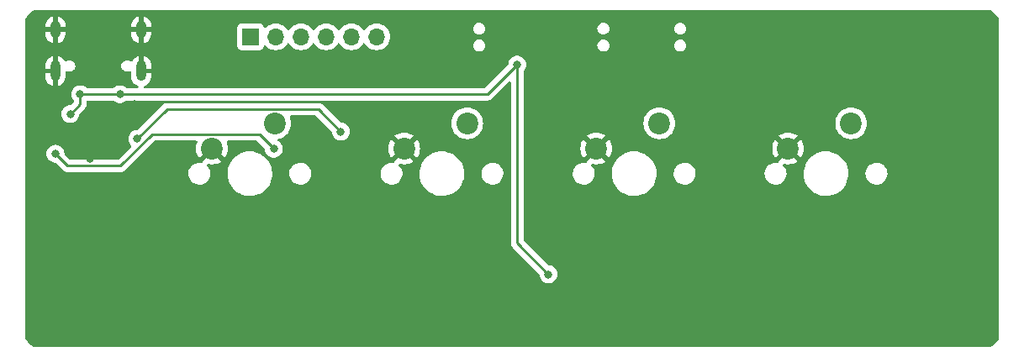
<source format=gbr>
%TF.GenerationSoftware,KiCad,Pcbnew,7.0.8*%
%TF.CreationDate,2024-01-31T16:08:22-06:00*%
%TF.ProjectId,K33b,4b333362-2e6b-4696-9361-645f70636258,rev?*%
%TF.SameCoordinates,Original*%
%TF.FileFunction,Copper,L2,Bot*%
%TF.FilePolarity,Positive*%
%FSLAX46Y46*%
G04 Gerber Fmt 4.6, Leading zero omitted, Abs format (unit mm)*
G04 Created by KiCad (PCBNEW 7.0.8) date 2024-01-31 16:08:22*
%MOMM*%
%LPD*%
G01*
G04 APERTURE LIST*
%TA.AperFunction,ComponentPad*%
%ADD10O,1.000000X1.800000*%
%TD*%
%TA.AperFunction,ComponentPad*%
%ADD11O,1.000000X2.100000*%
%TD*%
%TA.AperFunction,ComponentPad*%
%ADD12C,2.200000*%
%TD*%
%TA.AperFunction,ComponentPad*%
%ADD13O,1.700000X1.700000*%
%TD*%
%TA.AperFunction,ComponentPad*%
%ADD14R,1.700000X1.700000*%
%TD*%
%TA.AperFunction,ViaPad*%
%ADD15C,0.800000*%
%TD*%
%TA.AperFunction,Conductor*%
%ADD16C,0.250000*%
%TD*%
G04 APERTURE END LIST*
D10*
%TO.P,J2,S1,SHIELD*%
%TO.N,VSS*%
X75500000Y-89500000D03*
D11*
X75500000Y-93650000D03*
D10*
X84140000Y-89500000D03*
D11*
X84140000Y-93650000D03*
%TD*%
D12*
%TO.P,SW4,2,2*%
%TO.N,VSS*%
X149290000Y-101460000D03*
%TO.P,SW4,1,1*%
%TO.N,PA0*%
X155640000Y-98920000D03*
%TD*%
%TO.P,SW3,2,2*%
%TO.N,VSS*%
X129970000Y-101460000D03*
%TO.P,SW3,1,1*%
%TO.N,PA1*%
X136320000Y-98920000D03*
%TD*%
%TO.P,SW2,2,2*%
%TO.N,VSS*%
X110610000Y-101460000D03*
%TO.P,SW2,1,1*%
%TO.N,PA2*%
X116960000Y-98920000D03*
%TD*%
%TO.P,SW1,2,2*%
%TO.N,VSS*%
X91270000Y-101460000D03*
%TO.P,SW1,1,1*%
%TO.N,PA3*%
X97620000Y-98920000D03*
%TD*%
D13*
%TO.P,J1,6,Pin_6*%
%TO.N,PC19*%
X107850000Y-90200000D03*
%TO.P,J1,5,Pin_5*%
%TO.N,PA4*%
X105310000Y-90200000D03*
%TO.P,J1,4,Pin_4*%
%TO.N,PA5*%
X102770000Y-90200000D03*
%TO.P,J1,3,Pin_3*%
%TO.N,PB7*%
X100230000Y-90200000D03*
%TO.P,J1,2,Pin_2*%
%TO.N,PB1*%
X97690000Y-90200000D03*
D14*
%TO.P,J1,1,Pin_1*%
%TO.N,PA7*%
X95150000Y-90200000D03*
%TD*%
D15*
%TO.N,PA9*%
X75500000Y-102000000D03*
X97500000Y-101500000D03*
%TO.N,VSS*%
X76500000Y-96000000D03*
X83500000Y-97000000D03*
X79000000Y-102487347D03*
X96000000Y-118000000D03*
X96000000Y-115000000D03*
X135500000Y-115000000D03*
X146500000Y-96000000D03*
X168500000Y-113000000D03*
X159500000Y-112500000D03*
X155500000Y-117500000D03*
X141000000Y-112500000D03*
X133500000Y-117500000D03*
X116000000Y-112000000D03*
X114500000Y-115000000D03*
X88000000Y-112500000D03*
X87000000Y-115000000D03*
X95000000Y-93500000D03*
X91000000Y-89000000D03*
X86000000Y-92500000D03*
X80000000Y-90000000D03*
X114500000Y-93000000D03*
X113000000Y-89500000D03*
%TO.N,+5V*%
X77000000Y-98000000D03*
X125145190Y-114145190D03*
X122000000Y-93000000D03*
X82000000Y-96000000D03*
X78000000Y-96000000D03*
%TO.N,PA6*%
X83750000Y-100500000D03*
X104250000Y-99750000D03*
%TD*%
D16*
%TO.N,PA9*%
X76712347Y-103212347D02*
X75500000Y-102000000D01*
X82062958Y-103212347D02*
X76712347Y-103212347D01*
X96039692Y-100039692D02*
X85235613Y-100039692D01*
X85235613Y-100039692D02*
X82062958Y-103212347D01*
X97500000Y-101500000D02*
X96039692Y-100039692D01*
%TO.N,+5V*%
X78000000Y-97000000D02*
X77000000Y-98000000D01*
X78000000Y-96000000D02*
X78000000Y-97000000D01*
X122000000Y-111000000D02*
X125145190Y-114145190D01*
X122000000Y-93000000D02*
X122000000Y-111000000D01*
X119000000Y-96000000D02*
X122000000Y-93000000D01*
X82000000Y-96000000D02*
X119000000Y-96000000D01*
X78000000Y-96000000D02*
X82000000Y-96000000D01*
%TO.N,PA6*%
X86750308Y-97499692D02*
X83750000Y-100500000D01*
X104250000Y-99750000D02*
X101999692Y-97499692D01*
X101999692Y-97499692D02*
X86750308Y-97499692D01*
%TD*%
%TA.AperFunction,Conductor*%
%TO.N,VSS*%
G36*
X169680232Y-87519685D02*
G01*
X169684938Y-87522864D01*
X169810780Y-87612154D01*
X169813897Y-87614519D01*
X169938738Y-87715614D01*
X169941033Y-87717567D01*
X170058721Y-87822738D01*
X170061248Y-87825128D01*
X170174870Y-87938750D01*
X170177260Y-87941277D01*
X170282431Y-88058965D01*
X170284384Y-88061261D01*
X170385480Y-88186103D01*
X170387862Y-88189243D01*
X170477130Y-88315053D01*
X170499869Y-88381115D01*
X170500000Y-88386806D01*
X170500000Y-120613191D01*
X170480315Y-120680230D01*
X170477129Y-120684947D01*
X170387861Y-120810756D01*
X170385479Y-120813898D01*
X170284384Y-120938738D01*
X170282431Y-120941033D01*
X170177260Y-121058721D01*
X170174870Y-121061248D01*
X170061248Y-121174870D01*
X170058721Y-121177260D01*
X169941033Y-121282431D01*
X169938738Y-121284384D01*
X169813898Y-121385479D01*
X169810757Y-121387861D01*
X169684948Y-121477129D01*
X169618883Y-121499869D01*
X169613192Y-121500000D01*
X73386807Y-121500000D01*
X73319768Y-121480315D01*
X73315081Y-121477149D01*
X73222607Y-121411535D01*
X73189242Y-121387861D01*
X73186114Y-121385489D01*
X73123798Y-121335027D01*
X73061260Y-121284384D01*
X73058965Y-121282431D01*
X72941277Y-121177260D01*
X72938750Y-121174870D01*
X72825128Y-121061248D01*
X72822738Y-121058721D01*
X72717567Y-120941033D01*
X72715614Y-120938738D01*
X72614519Y-120813897D01*
X72612154Y-120810780D01*
X72522869Y-120684945D01*
X72500131Y-120618881D01*
X72500000Y-120613192D01*
X72500000Y-102000000D01*
X74594540Y-102000000D01*
X74614326Y-102188256D01*
X74614327Y-102188259D01*
X74672818Y-102368277D01*
X74672821Y-102368284D01*
X74767467Y-102532216D01*
X74884380Y-102662061D01*
X74894129Y-102672888D01*
X75047265Y-102784148D01*
X75047270Y-102784151D01*
X75220192Y-102861142D01*
X75220197Y-102861144D01*
X75405354Y-102900500D01*
X75464548Y-102900500D01*
X75531587Y-102920185D01*
X75552229Y-102936819D01*
X76211541Y-103596131D01*
X76221366Y-103608395D01*
X76221587Y-103608213D01*
X76226557Y-103614220D01*
X76226560Y-103614223D01*
X76226561Y-103614224D01*
X76276998Y-103661588D01*
X76297877Y-103682467D01*
X76303351Y-103686713D01*
X76307789Y-103690503D01*
X76341765Y-103722409D01*
X76341769Y-103722411D01*
X76359320Y-103732060D01*
X76375578Y-103742739D01*
X76391411Y-103755021D01*
X76413362Y-103764519D01*
X76434184Y-103773530D01*
X76439428Y-103776099D01*
X76480255Y-103798544D01*
X76499659Y-103803526D01*
X76518057Y-103809825D01*
X76536452Y-103817785D01*
X76582476Y-103825073D01*
X76588179Y-103826254D01*
X76633328Y-103837847D01*
X76653363Y-103837847D01*
X76672760Y-103839373D01*
X76692543Y-103842507D01*
X76738931Y-103838122D01*
X76744769Y-103837847D01*
X81980215Y-103837847D01*
X81995835Y-103839571D01*
X81995862Y-103839286D01*
X82003618Y-103840018D01*
X82003625Y-103840020D01*
X82072772Y-103837847D01*
X82102308Y-103837847D01*
X82109186Y-103836977D01*
X82114999Y-103836519D01*
X82161585Y-103835056D01*
X82180827Y-103829464D01*
X82199870Y-103825521D01*
X82219750Y-103823011D01*
X82263080Y-103805854D01*
X82268604Y-103803964D01*
X82272354Y-103802874D01*
X82313348Y-103790965D01*
X82330587Y-103780769D01*
X82348061Y-103772209D01*
X82366685Y-103764835D01*
X82366685Y-103764834D01*
X82366690Y-103764833D01*
X82404407Y-103737429D01*
X82409263Y-103734239D01*
X82449378Y-103710517D01*
X82463547Y-103696346D01*
X82478337Y-103683715D01*
X82494545Y-103671941D01*
X82524257Y-103636023D01*
X82528170Y-103631723D01*
X85458384Y-100701511D01*
X85519707Y-100668026D01*
X85546065Y-100665192D01*
X89681813Y-100665192D01*
X89748852Y-100684877D01*
X89794607Y-100737681D01*
X89804551Y-100806839D01*
X89796374Y-100836645D01*
X89743603Y-100964043D01*
X89684812Y-101208927D01*
X89665052Y-101460000D01*
X89684812Y-101711072D01*
X89743603Y-101955956D01*
X89839980Y-102188631D01*
X89971566Y-102403358D01*
X89971577Y-102403374D01*
X89972264Y-102404178D01*
X89972266Y-102404178D01*
X90592803Y-101783641D01*
X90616059Y-101837553D01*
X90720756Y-101978185D01*
X90855062Y-102090882D01*
X90946665Y-102136886D01*
X90325819Y-102757732D01*
X90326971Y-102787274D01*
X90309912Y-102855029D01*
X90258929Y-102902805D01*
X90190210Y-102915434D01*
X90179598Y-102913861D01*
X90105086Y-102899500D01*
X90105085Y-102899500D01*
X89947575Y-102899500D01*
X89797181Y-102913861D01*
X89790782Y-102914472D01*
X89790778Y-102914473D01*
X89589127Y-102973683D01*
X89402313Y-103069991D01*
X89237116Y-103199905D01*
X89237112Y-103199909D01*
X89099478Y-103358746D01*
X88994398Y-103540750D01*
X88925656Y-103739365D01*
X88925656Y-103739367D01*
X88899020Y-103924631D01*
X88895746Y-103947401D01*
X88905745Y-104157327D01*
X88955296Y-104361578D01*
X88955298Y-104361582D01*
X89042598Y-104552743D01*
X89042601Y-104552748D01*
X89042602Y-104552750D01*
X89042604Y-104552753D01*
X89164514Y-104723952D01*
X89164515Y-104723953D01*
X89164520Y-104723959D01*
X89316620Y-104868985D01*
X89411578Y-104930011D01*
X89493428Y-104982613D01*
X89688543Y-105060725D01*
X89791729Y-105080612D01*
X89894914Y-105100500D01*
X89894915Y-105100500D01*
X90052419Y-105100500D01*
X90052425Y-105100500D01*
X90209218Y-105085528D01*
X90410875Y-105026316D01*
X90597682Y-104930011D01*
X90762886Y-104800092D01*
X90900519Y-104641256D01*
X91005604Y-104459244D01*
X91074344Y-104260633D01*
X91100980Y-104075373D01*
X92825723Y-104075373D01*
X92855881Y-104375160D01*
X92855882Y-104375162D01*
X92925728Y-104668252D01*
X92925733Y-104668266D01*
X93034020Y-104949427D01*
X93034024Y-104949436D01*
X93178825Y-105213665D01*
X93178829Y-105213671D01*
X93357551Y-105456234D01*
X93357554Y-105456238D01*
X93357561Y-105456245D01*
X93567019Y-105672823D01*
X93803478Y-105859553D01*
X93803480Y-105859554D01*
X93803485Y-105859558D01*
X94062730Y-106013109D01*
X94340128Y-106130736D01*
X94630729Y-106210340D01*
X94929347Y-106250500D01*
X94929351Y-106250500D01*
X95155252Y-106250500D01*
X95319164Y-106239526D01*
X95380634Y-106235412D01*
X95675903Y-106175396D01*
X95960537Y-106076560D01*
X96229459Y-105940668D01*
X96477869Y-105770144D01*
X96701333Y-105568032D01*
X96895865Y-105337939D01*
X97057993Y-105083970D01*
X97184823Y-104810658D01*
X97274093Y-104522879D01*
X97324209Y-104225770D01*
X97333516Y-103947401D01*
X99055746Y-103947401D01*
X99065745Y-104157327D01*
X99115296Y-104361578D01*
X99115298Y-104361582D01*
X99202598Y-104552743D01*
X99202601Y-104552748D01*
X99202602Y-104552750D01*
X99202604Y-104552753D01*
X99324514Y-104723952D01*
X99324515Y-104723953D01*
X99324520Y-104723959D01*
X99476620Y-104868985D01*
X99571578Y-104930011D01*
X99653428Y-104982613D01*
X99848543Y-105060725D01*
X99951729Y-105080612D01*
X100054914Y-105100500D01*
X100054915Y-105100500D01*
X100212419Y-105100500D01*
X100212425Y-105100500D01*
X100369218Y-105085528D01*
X100570875Y-105026316D01*
X100757682Y-104930011D01*
X100922886Y-104800092D01*
X101060519Y-104641256D01*
X101165604Y-104459244D01*
X101234344Y-104260633D01*
X101264254Y-104052602D01*
X101259243Y-103947401D01*
X108235746Y-103947401D01*
X108245745Y-104157327D01*
X108295296Y-104361578D01*
X108295298Y-104361582D01*
X108382598Y-104552743D01*
X108382601Y-104552748D01*
X108382602Y-104552750D01*
X108382604Y-104552753D01*
X108504514Y-104723952D01*
X108504515Y-104723953D01*
X108504520Y-104723959D01*
X108656620Y-104868985D01*
X108751578Y-104930011D01*
X108833428Y-104982613D01*
X109028543Y-105060725D01*
X109131729Y-105080612D01*
X109234914Y-105100500D01*
X109234915Y-105100500D01*
X109392419Y-105100500D01*
X109392425Y-105100500D01*
X109549218Y-105085528D01*
X109750875Y-105026316D01*
X109937682Y-104930011D01*
X110102886Y-104800092D01*
X110240519Y-104641256D01*
X110345604Y-104459244D01*
X110414344Y-104260633D01*
X110440980Y-104075373D01*
X112165723Y-104075373D01*
X112195881Y-104375160D01*
X112195882Y-104375162D01*
X112265728Y-104668252D01*
X112265733Y-104668266D01*
X112374020Y-104949427D01*
X112374024Y-104949436D01*
X112518825Y-105213665D01*
X112518829Y-105213671D01*
X112697551Y-105456234D01*
X112697554Y-105456238D01*
X112697561Y-105456245D01*
X112907019Y-105672823D01*
X113143478Y-105859553D01*
X113143480Y-105859554D01*
X113143485Y-105859558D01*
X113402730Y-106013109D01*
X113680128Y-106130736D01*
X113970729Y-106210340D01*
X114269347Y-106250500D01*
X114269351Y-106250500D01*
X114495252Y-106250500D01*
X114659164Y-106239526D01*
X114720634Y-106235412D01*
X115015903Y-106175396D01*
X115300537Y-106076560D01*
X115569459Y-105940668D01*
X115817869Y-105770144D01*
X116041333Y-105568032D01*
X116235865Y-105337939D01*
X116397993Y-105083970D01*
X116524823Y-104810658D01*
X116614093Y-104522879D01*
X116664209Y-104225770D01*
X116673516Y-103947401D01*
X118395746Y-103947401D01*
X118405745Y-104157327D01*
X118455296Y-104361578D01*
X118455298Y-104361582D01*
X118542598Y-104552743D01*
X118542601Y-104552748D01*
X118542602Y-104552750D01*
X118542604Y-104552753D01*
X118664514Y-104723952D01*
X118664515Y-104723953D01*
X118664520Y-104723959D01*
X118816620Y-104868985D01*
X118911578Y-104930011D01*
X118993428Y-104982613D01*
X119188543Y-105060725D01*
X119291729Y-105080612D01*
X119394914Y-105100500D01*
X119394915Y-105100500D01*
X119552419Y-105100500D01*
X119552425Y-105100500D01*
X119709218Y-105085528D01*
X119910875Y-105026316D01*
X120097682Y-104930011D01*
X120262886Y-104800092D01*
X120400519Y-104641256D01*
X120505604Y-104459244D01*
X120574344Y-104260633D01*
X120604254Y-104052602D01*
X120594254Y-103842670D01*
X120544704Y-103638424D01*
X120544701Y-103638417D01*
X120457401Y-103447256D01*
X120457398Y-103447251D01*
X120457397Y-103447250D01*
X120457396Y-103447247D01*
X120335486Y-103276048D01*
X120335484Y-103276046D01*
X120335479Y-103276040D01*
X120183379Y-103131014D01*
X120006574Y-103017388D01*
X119811455Y-102939274D01*
X119605086Y-102899500D01*
X119605085Y-102899500D01*
X119447575Y-102899500D01*
X119297181Y-102913861D01*
X119290782Y-102914472D01*
X119290778Y-102914473D01*
X119089127Y-102973683D01*
X118902313Y-103069991D01*
X118737116Y-103199905D01*
X118737112Y-103199909D01*
X118599478Y-103358746D01*
X118494398Y-103540750D01*
X118425656Y-103739365D01*
X118425656Y-103739367D01*
X118399020Y-103924631D01*
X118395746Y-103947401D01*
X116673516Y-103947401D01*
X116674277Y-103924631D01*
X116644118Y-103624838D01*
X116574269Y-103331739D01*
X116465977Y-103050566D01*
X116321175Y-102786335D01*
X116142446Y-102543762D01*
X115932980Y-102327176D01*
X115784598Y-102210000D01*
X115696521Y-102140446D01*
X115696517Y-102140443D01*
X115696515Y-102140442D01*
X115437270Y-101986891D01*
X115159872Y-101869264D01*
X115159863Y-101869261D01*
X114869272Y-101789660D01*
X114794616Y-101779620D01*
X114570653Y-101749500D01*
X114344756Y-101749500D01*
X114344748Y-101749500D01*
X114119368Y-101764587D01*
X114119359Y-101764589D01*
X113824094Y-101824604D01*
X113539464Y-101923439D01*
X113539459Y-101923441D01*
X113270546Y-102059328D01*
X113022125Y-102229860D01*
X112798665Y-102431969D01*
X112604132Y-102662064D01*
X112442006Y-102916030D01*
X112442005Y-102916032D01*
X112342244Y-103131014D01*
X112315177Y-103189342D01*
X112311899Y-103199909D01*
X112225907Y-103477118D01*
X112194791Y-103661587D01*
X112175791Y-103774230D01*
X112170002Y-103947398D01*
X112165723Y-104075373D01*
X110440980Y-104075373D01*
X110444254Y-104052602D01*
X110434254Y-103842670D01*
X110384704Y-103638424D01*
X110384701Y-103638417D01*
X110297401Y-103447256D01*
X110297398Y-103447251D01*
X110297397Y-103447250D01*
X110297396Y-103447247D01*
X110175486Y-103276048D01*
X110175484Y-103276046D01*
X110175479Y-103276040D01*
X110123496Y-103226475D01*
X110088561Y-103165967D01*
X110091885Y-103096176D01*
X110132413Y-103039262D01*
X110197277Y-103013294D01*
X110238012Y-103016158D01*
X110358927Y-103045187D01*
X110610000Y-103064947D01*
X110861072Y-103045187D01*
X111105956Y-102986396D01*
X111338631Y-102890019D01*
X111553360Y-102758432D01*
X111553371Y-102758424D01*
X111554179Y-102757732D01*
X110935946Y-102139498D01*
X110948891Y-102134787D01*
X111095373Y-102038445D01*
X111215688Y-101910918D01*
X111288447Y-101784894D01*
X111907732Y-102404179D01*
X111908424Y-102403371D01*
X111908432Y-102403360D01*
X112040019Y-102188631D01*
X112136396Y-101955956D01*
X112195187Y-101711072D01*
X112214947Y-101460000D01*
X112195187Y-101208927D01*
X112136396Y-100964043D01*
X112040019Y-100731368D01*
X111908432Y-100516638D01*
X111908430Y-100516636D01*
X111907732Y-100515819D01*
X111287195Y-101136356D01*
X111263941Y-101082447D01*
X111159244Y-100941815D01*
X111024938Y-100829118D01*
X110933333Y-100783112D01*
X111554178Y-100162266D01*
X111554178Y-100162264D01*
X111553374Y-100161577D01*
X111553358Y-100161566D01*
X111338631Y-100029980D01*
X111105956Y-99933603D01*
X110861072Y-99874812D01*
X110610000Y-99855052D01*
X110358927Y-99874812D01*
X110114043Y-99933603D01*
X109881368Y-100029980D01*
X109666637Y-100161568D01*
X109665820Y-100162266D01*
X110284055Y-100780501D01*
X110271109Y-100785213D01*
X110124627Y-100881555D01*
X110004312Y-101009082D01*
X109931552Y-101135106D01*
X109312266Y-100515820D01*
X109311568Y-100516637D01*
X109179980Y-100731368D01*
X109083603Y-100964043D01*
X109024812Y-101208927D01*
X109005052Y-101460000D01*
X109024812Y-101711072D01*
X109083603Y-101955956D01*
X109179980Y-102188631D01*
X109311566Y-102403358D01*
X109311577Y-102403374D01*
X109312264Y-102404178D01*
X109312266Y-102404178D01*
X109932803Y-101783641D01*
X109956059Y-101837553D01*
X110060756Y-101978185D01*
X110195062Y-102090882D01*
X110286665Y-102136886D01*
X109665819Y-102757732D01*
X109666971Y-102787274D01*
X109649912Y-102855029D01*
X109598929Y-102902805D01*
X109530210Y-102915434D01*
X109519598Y-102913861D01*
X109445086Y-102899500D01*
X109445085Y-102899500D01*
X109287575Y-102899500D01*
X109137181Y-102913861D01*
X109130782Y-102914472D01*
X109130778Y-102914473D01*
X108929127Y-102973683D01*
X108742313Y-103069991D01*
X108577116Y-103199905D01*
X108577112Y-103199909D01*
X108439478Y-103358746D01*
X108334398Y-103540750D01*
X108265656Y-103739365D01*
X108265656Y-103739367D01*
X108239020Y-103924631D01*
X108235746Y-103947401D01*
X101259243Y-103947401D01*
X101254254Y-103842670D01*
X101204704Y-103638424D01*
X101204701Y-103638417D01*
X101117401Y-103447256D01*
X101117398Y-103447251D01*
X101117397Y-103447250D01*
X101117396Y-103447247D01*
X100995486Y-103276048D01*
X100995484Y-103276046D01*
X100995479Y-103276040D01*
X100843379Y-103131014D01*
X100666574Y-103017388D01*
X100471455Y-102939274D01*
X100265086Y-102899500D01*
X100265085Y-102899500D01*
X100107575Y-102899500D01*
X99957181Y-102913861D01*
X99950782Y-102914472D01*
X99950778Y-102914473D01*
X99749127Y-102973683D01*
X99562313Y-103069991D01*
X99397116Y-103199905D01*
X99397112Y-103199909D01*
X99259478Y-103358746D01*
X99154398Y-103540750D01*
X99085656Y-103739365D01*
X99085656Y-103739367D01*
X99059020Y-103924631D01*
X99055746Y-103947401D01*
X97333516Y-103947401D01*
X97334277Y-103924631D01*
X97304118Y-103624838D01*
X97234269Y-103331739D01*
X97125977Y-103050566D01*
X96981175Y-102786335D01*
X96802446Y-102543762D01*
X96592980Y-102327176D01*
X96444598Y-102210000D01*
X96356521Y-102140446D01*
X96356517Y-102140443D01*
X96356515Y-102140442D01*
X96097270Y-101986891D01*
X95819872Y-101869264D01*
X95819863Y-101869261D01*
X95529272Y-101789660D01*
X95454616Y-101779620D01*
X95230653Y-101749500D01*
X95004756Y-101749500D01*
X95004748Y-101749500D01*
X94779368Y-101764587D01*
X94779359Y-101764589D01*
X94484094Y-101824604D01*
X94199464Y-101923439D01*
X94199459Y-101923441D01*
X93930546Y-102059328D01*
X93682125Y-102229860D01*
X93458665Y-102431969D01*
X93264132Y-102662064D01*
X93102006Y-102916030D01*
X93102005Y-102916032D01*
X93002244Y-103131014D01*
X92975177Y-103189342D01*
X92971899Y-103199909D01*
X92885907Y-103477118D01*
X92854791Y-103661587D01*
X92835791Y-103774230D01*
X92830002Y-103947398D01*
X92825723Y-104075373D01*
X91100980Y-104075373D01*
X91104254Y-104052602D01*
X91094254Y-103842670D01*
X91044704Y-103638424D01*
X91044701Y-103638417D01*
X90957401Y-103447256D01*
X90957398Y-103447251D01*
X90957397Y-103447250D01*
X90957396Y-103447247D01*
X90835486Y-103276048D01*
X90835484Y-103276046D01*
X90835479Y-103276040D01*
X90783496Y-103226475D01*
X90748561Y-103165967D01*
X90751885Y-103096176D01*
X90792413Y-103039262D01*
X90857277Y-103013294D01*
X90898012Y-103016158D01*
X91018927Y-103045187D01*
X91270000Y-103064947D01*
X91521072Y-103045187D01*
X91765956Y-102986396D01*
X91998631Y-102890019D01*
X92213360Y-102758432D01*
X92213371Y-102758424D01*
X92214179Y-102757732D01*
X91595946Y-102139498D01*
X91608891Y-102134787D01*
X91755373Y-102038445D01*
X91875688Y-101910918D01*
X91948447Y-101784894D01*
X92567732Y-102404179D01*
X92568424Y-102403371D01*
X92568432Y-102403360D01*
X92700019Y-102188631D01*
X92796396Y-101955956D01*
X92855187Y-101711072D01*
X92874947Y-101460000D01*
X92855187Y-101208927D01*
X92796396Y-100964043D01*
X92743626Y-100836645D01*
X92736157Y-100767176D01*
X92767432Y-100704696D01*
X92827521Y-100669044D01*
X92858187Y-100665192D01*
X95729240Y-100665192D01*
X95796279Y-100684877D01*
X95816921Y-100701511D01*
X96561038Y-101445629D01*
X96594523Y-101506952D01*
X96596678Y-101520348D01*
X96604117Y-101591123D01*
X96614326Y-101688256D01*
X96614327Y-101688259D01*
X96672818Y-101868277D01*
X96672821Y-101868284D01*
X96767467Y-102032216D01*
X96864918Y-102140446D01*
X96894129Y-102172888D01*
X97047265Y-102284148D01*
X97047270Y-102284151D01*
X97220192Y-102361142D01*
X97220197Y-102361144D01*
X97405354Y-102400500D01*
X97405355Y-102400500D01*
X97594644Y-102400500D01*
X97594646Y-102400500D01*
X97779803Y-102361144D01*
X97952730Y-102284151D01*
X98105871Y-102172888D01*
X98232533Y-102032216D01*
X98327179Y-101868284D01*
X98385674Y-101688256D01*
X98405460Y-101500000D01*
X98385674Y-101311744D01*
X98327179Y-101131716D01*
X98232533Y-100967784D01*
X98105871Y-100827112D01*
X98105870Y-100827111D01*
X97952734Y-100715851D01*
X97952730Y-100715849D01*
X97951178Y-100715158D01*
X97950427Y-100714519D01*
X97947107Y-100712603D01*
X97947457Y-100711995D01*
X97897944Y-100669904D01*
X97877628Y-100603053D01*
X97896678Y-100535831D01*
X97949048Y-100489579D01*
X97972671Y-100481309D01*
X98116111Y-100446873D01*
X98348859Y-100350466D01*
X98563659Y-100218836D01*
X98755224Y-100055224D01*
X98918836Y-99863659D01*
X99050466Y-99648859D01*
X99146873Y-99416111D01*
X99205683Y-99171148D01*
X99225449Y-98920000D01*
X99205683Y-98668852D01*
X99146873Y-98423889D01*
X99094166Y-98296644D01*
X99086698Y-98227175D01*
X99117973Y-98164696D01*
X99178062Y-98129044D01*
X99208728Y-98125192D01*
X101689240Y-98125192D01*
X101756279Y-98144877D01*
X101776921Y-98161511D01*
X103311038Y-99695629D01*
X103344523Y-99756952D01*
X103346678Y-99770348D01*
X103354968Y-99849227D01*
X103364326Y-99938256D01*
X103364327Y-99938259D01*
X103422818Y-100118277D01*
X103422821Y-100118284D01*
X103517467Y-100282216D01*
X103578920Y-100350466D01*
X103644129Y-100422888D01*
X103797265Y-100534148D01*
X103797270Y-100534151D01*
X103970192Y-100611142D01*
X103970197Y-100611144D01*
X104155354Y-100650500D01*
X104155355Y-100650500D01*
X104344644Y-100650500D01*
X104344646Y-100650500D01*
X104529803Y-100611144D01*
X104702730Y-100534151D01*
X104855871Y-100422888D01*
X104982533Y-100282216D01*
X105077179Y-100118284D01*
X105135674Y-99938256D01*
X105155460Y-99750000D01*
X105135674Y-99561744D01*
X105077179Y-99381716D01*
X104982533Y-99217784D01*
X104855871Y-99077112D01*
X104855870Y-99077111D01*
X104702734Y-98965851D01*
X104702729Y-98965848D01*
X104599754Y-98920000D01*
X115354551Y-98920000D01*
X115374317Y-99171151D01*
X115433126Y-99416110D01*
X115529533Y-99648859D01*
X115661160Y-99863653D01*
X115661161Y-99863656D01*
X115716604Y-99928571D01*
X115824776Y-100055224D01*
X115950104Y-100162264D01*
X116016343Y-100218838D01*
X116016346Y-100218839D01*
X116231140Y-100350466D01*
X116405984Y-100422888D01*
X116463889Y-100446873D01*
X116708852Y-100505683D01*
X116960000Y-100525449D01*
X117211148Y-100505683D01*
X117456111Y-100446873D01*
X117688859Y-100350466D01*
X117903659Y-100218836D01*
X118095224Y-100055224D01*
X118258836Y-99863659D01*
X118390466Y-99648859D01*
X118486873Y-99416111D01*
X118545683Y-99171148D01*
X118565449Y-98920000D01*
X118545683Y-98668852D01*
X118486873Y-98423889D01*
X118390466Y-98191141D01*
X118390466Y-98191140D01*
X118258839Y-97976346D01*
X118258838Y-97976343D01*
X118221875Y-97933066D01*
X118095224Y-97784776D01*
X117916013Y-97631715D01*
X117903656Y-97621161D01*
X117903653Y-97621160D01*
X117688859Y-97489533D01*
X117456110Y-97393126D01*
X117211151Y-97334317D01*
X116960000Y-97314551D01*
X116708848Y-97334317D01*
X116463889Y-97393126D01*
X116231140Y-97489533D01*
X116016346Y-97621160D01*
X116016343Y-97621161D01*
X115824776Y-97784776D01*
X115661161Y-97976343D01*
X115661160Y-97976346D01*
X115529533Y-98191140D01*
X115433126Y-98423889D01*
X115374317Y-98668848D01*
X115354551Y-98920000D01*
X104599754Y-98920000D01*
X104529807Y-98888857D01*
X104529802Y-98888855D01*
X104384001Y-98857865D01*
X104344646Y-98849500D01*
X104344645Y-98849500D01*
X104285452Y-98849500D01*
X104218413Y-98829815D01*
X104197771Y-98813181D01*
X103360936Y-97976346D01*
X102500495Y-97115904D01*
X102490672Y-97103642D01*
X102490451Y-97103826D01*
X102485478Y-97097815D01*
X102466851Y-97080323D01*
X102435056Y-97050465D01*
X102424173Y-97039582D01*
X102414167Y-97029575D01*
X102408678Y-97025317D01*
X102404253Y-97021539D01*
X102370274Y-96989630D01*
X102370272Y-96989628D01*
X102370269Y-96989627D01*
X102352721Y-96979980D01*
X102336455Y-96969296D01*
X102320625Y-96957017D01*
X102277860Y-96938510D01*
X102272614Y-96935940D01*
X102231785Y-96913495D01*
X102231784Y-96913494D01*
X102212385Y-96908514D01*
X102193973Y-96902210D01*
X102175590Y-96894254D01*
X102175584Y-96894252D01*
X102129566Y-96886964D01*
X102123844Y-96885779D01*
X102078713Y-96874192D01*
X102078711Y-96874192D01*
X102058676Y-96874192D01*
X102039278Y-96872665D01*
X102034909Y-96871973D01*
X102015488Y-96862766D01*
X102006603Y-96868477D01*
X101983338Y-96872949D01*
X101973107Y-96873917D01*
X101967270Y-96874192D01*
X86833045Y-96874192D01*
X86805997Y-96871206D01*
X86802901Y-96870514D01*
X86797232Y-96867376D01*
X86795521Y-96868477D01*
X86764480Y-96873438D01*
X86740511Y-96874192D01*
X86710958Y-96874192D01*
X86710237Y-96874282D01*
X86704065Y-96875061D01*
X86698253Y-96875518D01*
X86651681Y-96876982D01*
X86651680Y-96876982D01*
X86632437Y-96882573D01*
X86613387Y-96886517D01*
X86593519Y-96889026D01*
X86593517Y-96889027D01*
X86550192Y-96906180D01*
X86544665Y-96908072D01*
X86499918Y-96921073D01*
X86499917Y-96921074D01*
X86482675Y-96931271D01*
X86465207Y-96939829D01*
X86446577Y-96947205D01*
X86446575Y-96947206D01*
X86408884Y-96974590D01*
X86404002Y-96977797D01*
X86363887Y-97001522D01*
X86349716Y-97015692D01*
X86334931Y-97028320D01*
X86319432Y-97039582D01*
X86318720Y-97040099D01*
X86289017Y-97076002D01*
X86285085Y-97080323D01*
X83802228Y-99563181D01*
X83740905Y-99596666D01*
X83714547Y-99599500D01*
X83655354Y-99599500D01*
X83622897Y-99606398D01*
X83470197Y-99638855D01*
X83470192Y-99638857D01*
X83297270Y-99715848D01*
X83297265Y-99715851D01*
X83144129Y-99827111D01*
X83017466Y-99967785D01*
X82922821Y-100131715D01*
X82922818Y-100131722D01*
X82873921Y-100282214D01*
X82864326Y-100311744D01*
X82844540Y-100500000D01*
X82864326Y-100688256D01*
X82864327Y-100688259D01*
X82922818Y-100868277D01*
X82922821Y-100868284D01*
X83017466Y-101032215D01*
X83100308Y-101124221D01*
X83130538Y-101187213D01*
X83121912Y-101256548D01*
X83095839Y-101294874D01*
X81840186Y-102550528D01*
X81778863Y-102584013D01*
X81752505Y-102586847D01*
X77022799Y-102586847D01*
X76955760Y-102567162D01*
X76935118Y-102550528D01*
X76438960Y-102054369D01*
X76405475Y-101993046D01*
X76403323Y-101979668D01*
X76385674Y-101811744D01*
X76327179Y-101631716D01*
X76232533Y-101467784D01*
X76105871Y-101327112D01*
X76084719Y-101311744D01*
X75952734Y-101215851D01*
X75952729Y-101215848D01*
X75779807Y-101138857D01*
X75779802Y-101138855D01*
X75634001Y-101107865D01*
X75594646Y-101099500D01*
X75405354Y-101099500D01*
X75372897Y-101106398D01*
X75220197Y-101138855D01*
X75220192Y-101138857D01*
X75047270Y-101215848D01*
X75047265Y-101215851D01*
X74894129Y-101327111D01*
X74767466Y-101467785D01*
X74672821Y-101631715D01*
X74672818Y-101631722D01*
X74614327Y-101811740D01*
X74614326Y-101811744D01*
X74594540Y-102000000D01*
X72500000Y-102000000D01*
X72500000Y-98000000D01*
X76094540Y-98000000D01*
X76114326Y-98188256D01*
X76114327Y-98188259D01*
X76172818Y-98368277D01*
X76172821Y-98368284D01*
X76267467Y-98532216D01*
X76390491Y-98668848D01*
X76394129Y-98672888D01*
X76547265Y-98784148D01*
X76547270Y-98784151D01*
X76720192Y-98861142D01*
X76720197Y-98861144D01*
X76905354Y-98900500D01*
X76905355Y-98900500D01*
X77094644Y-98900500D01*
X77094646Y-98900500D01*
X77279803Y-98861144D01*
X77452730Y-98784151D01*
X77605871Y-98672888D01*
X77732533Y-98532216D01*
X77827179Y-98368284D01*
X77885674Y-98188256D01*
X77903321Y-98020345D01*
X77929905Y-97955732D01*
X77938952Y-97945636D01*
X78383786Y-97500802D01*
X78396048Y-97490980D01*
X78395865Y-97490759D01*
X78401867Y-97485792D01*
X78401877Y-97485786D01*
X78449241Y-97435348D01*
X78470120Y-97414470D01*
X78474373Y-97408986D01*
X78478150Y-97404563D01*
X78510062Y-97370582D01*
X78519714Y-97353023D01*
X78530389Y-97336772D01*
X78542674Y-97320936D01*
X78561186Y-97278152D01*
X78563742Y-97272935D01*
X78586197Y-97232092D01*
X78591180Y-97212680D01*
X78597477Y-97194291D01*
X78605438Y-97175895D01*
X78612729Y-97129853D01*
X78613908Y-97124162D01*
X78625500Y-97079019D01*
X78625500Y-97058983D01*
X78627027Y-97039582D01*
X78628612Y-97029575D01*
X78630160Y-97019804D01*
X78625775Y-96973415D01*
X78625500Y-96967577D01*
X78625500Y-96749500D01*
X78645185Y-96682461D01*
X78697989Y-96636706D01*
X78749500Y-96625500D01*
X81296252Y-96625500D01*
X81363291Y-96645185D01*
X81388400Y-96666526D01*
X81394126Y-96672885D01*
X81394130Y-96672889D01*
X81547265Y-96784148D01*
X81547270Y-96784151D01*
X81720192Y-96861142D01*
X81720197Y-96861144D01*
X81905354Y-96900500D01*
X81905355Y-96900500D01*
X82094644Y-96900500D01*
X82094646Y-96900500D01*
X82279803Y-96861144D01*
X82452730Y-96784151D01*
X82605871Y-96672888D01*
X82608788Y-96669647D01*
X82611600Y-96666526D01*
X82671087Y-96629879D01*
X82703748Y-96625500D01*
X86760586Y-96625500D01*
X86794981Y-96635599D01*
X86821808Y-96625768D01*
X86829949Y-96625500D01*
X101971668Y-96625500D01*
X102013077Y-96637659D01*
X102038415Y-96626523D01*
X102054307Y-96625500D01*
X118917257Y-96625500D01*
X118932877Y-96627224D01*
X118932904Y-96626939D01*
X118940660Y-96627671D01*
X118940667Y-96627673D01*
X119009814Y-96625500D01*
X119039350Y-96625500D01*
X119046228Y-96624630D01*
X119052041Y-96624172D01*
X119098627Y-96622709D01*
X119117869Y-96617117D01*
X119136912Y-96613174D01*
X119156792Y-96610664D01*
X119200122Y-96593507D01*
X119205646Y-96591617D01*
X119209396Y-96590527D01*
X119250390Y-96578618D01*
X119267629Y-96568422D01*
X119285103Y-96559862D01*
X119303727Y-96552488D01*
X119303727Y-96552487D01*
X119303732Y-96552486D01*
X119341449Y-96525082D01*
X119346305Y-96521892D01*
X119386420Y-96498170D01*
X119400589Y-96483999D01*
X119415379Y-96471368D01*
X119431587Y-96459594D01*
X119461299Y-96423676D01*
X119465212Y-96419376D01*
X121162820Y-94721768D01*
X121224142Y-94688285D01*
X121293834Y-94693269D01*
X121349767Y-94735141D01*
X121374184Y-94800605D01*
X121374500Y-94809451D01*
X121374500Y-110917255D01*
X121372775Y-110932872D01*
X121373061Y-110932899D01*
X121372326Y-110940665D01*
X121374500Y-111009814D01*
X121374500Y-111039343D01*
X121374501Y-111039360D01*
X121375368Y-111046231D01*
X121375826Y-111052050D01*
X121377290Y-111098624D01*
X121377291Y-111098627D01*
X121382880Y-111117867D01*
X121386824Y-111136911D01*
X121389336Y-111156791D01*
X121406490Y-111200119D01*
X121408382Y-111205647D01*
X121421381Y-111250388D01*
X121431580Y-111267634D01*
X121440138Y-111285103D01*
X121447514Y-111303732D01*
X121474898Y-111341423D01*
X121478106Y-111346307D01*
X121501827Y-111386416D01*
X121501833Y-111386424D01*
X121515990Y-111400580D01*
X121528628Y-111415376D01*
X121540405Y-111431586D01*
X121540406Y-111431587D01*
X121576309Y-111461288D01*
X121580620Y-111465210D01*
X123587710Y-113472301D01*
X124206228Y-114090819D01*
X124239713Y-114152142D01*
X124241868Y-114165538D01*
X124250158Y-114244417D01*
X124259516Y-114333446D01*
X124259517Y-114333449D01*
X124318008Y-114513467D01*
X124318011Y-114513474D01*
X124412657Y-114677406D01*
X124539319Y-114818078D01*
X124692455Y-114929338D01*
X124692460Y-114929341D01*
X124865382Y-115006332D01*
X124865387Y-115006334D01*
X125050544Y-115045690D01*
X125050545Y-115045690D01*
X125239834Y-115045690D01*
X125239836Y-115045690D01*
X125424993Y-115006334D01*
X125597920Y-114929341D01*
X125751061Y-114818078D01*
X125877723Y-114677406D01*
X125972369Y-114513474D01*
X126030864Y-114333446D01*
X126050650Y-114145190D01*
X126030864Y-113956934D01*
X125972369Y-113776906D01*
X125877723Y-113612974D01*
X125751061Y-113472302D01*
X125751060Y-113472301D01*
X125597924Y-113361041D01*
X125597919Y-113361038D01*
X125424997Y-113284047D01*
X125424992Y-113284045D01*
X125279191Y-113253055D01*
X125239836Y-113244690D01*
X125239835Y-113244690D01*
X125180643Y-113244690D01*
X125113604Y-113225005D01*
X125092962Y-113208371D01*
X122661819Y-110777228D01*
X122628334Y-110715905D01*
X122625500Y-110689547D01*
X122625500Y-103947401D01*
X127595746Y-103947401D01*
X127605745Y-104157327D01*
X127655296Y-104361578D01*
X127655298Y-104361582D01*
X127742598Y-104552743D01*
X127742601Y-104552748D01*
X127742602Y-104552750D01*
X127742604Y-104552753D01*
X127864514Y-104723952D01*
X127864515Y-104723953D01*
X127864520Y-104723959D01*
X128016620Y-104868985D01*
X128111578Y-104930011D01*
X128193428Y-104982613D01*
X128388543Y-105060725D01*
X128491729Y-105080612D01*
X128594914Y-105100500D01*
X128594915Y-105100500D01*
X128752419Y-105100500D01*
X128752425Y-105100500D01*
X128909218Y-105085528D01*
X129110875Y-105026316D01*
X129297682Y-104930011D01*
X129462886Y-104800092D01*
X129600519Y-104641256D01*
X129705604Y-104459244D01*
X129774344Y-104260633D01*
X129800980Y-104075373D01*
X131525723Y-104075373D01*
X131555881Y-104375160D01*
X131555882Y-104375162D01*
X131625728Y-104668252D01*
X131625733Y-104668266D01*
X131734020Y-104949427D01*
X131734024Y-104949436D01*
X131878825Y-105213665D01*
X131878829Y-105213671D01*
X132057551Y-105456234D01*
X132057554Y-105456238D01*
X132057561Y-105456245D01*
X132267019Y-105672823D01*
X132503478Y-105859553D01*
X132503480Y-105859554D01*
X132503485Y-105859558D01*
X132762730Y-106013109D01*
X133040128Y-106130736D01*
X133330729Y-106210340D01*
X133629347Y-106250500D01*
X133629351Y-106250500D01*
X133855252Y-106250500D01*
X134019164Y-106239526D01*
X134080634Y-106235412D01*
X134375903Y-106175396D01*
X134660537Y-106076560D01*
X134929459Y-105940668D01*
X135177869Y-105770144D01*
X135401333Y-105568032D01*
X135595865Y-105337939D01*
X135757993Y-105083970D01*
X135884823Y-104810658D01*
X135974093Y-104522879D01*
X136024209Y-104225770D01*
X136033516Y-103947401D01*
X137755746Y-103947401D01*
X137765745Y-104157327D01*
X137815296Y-104361578D01*
X137815298Y-104361582D01*
X137902598Y-104552743D01*
X137902601Y-104552748D01*
X137902602Y-104552750D01*
X137902604Y-104552753D01*
X138024514Y-104723952D01*
X138024515Y-104723953D01*
X138024520Y-104723959D01*
X138176620Y-104868985D01*
X138271578Y-104930011D01*
X138353428Y-104982613D01*
X138548543Y-105060725D01*
X138651729Y-105080612D01*
X138754914Y-105100500D01*
X138754915Y-105100500D01*
X138912419Y-105100500D01*
X138912425Y-105100500D01*
X139069218Y-105085528D01*
X139270875Y-105026316D01*
X139457682Y-104930011D01*
X139622886Y-104800092D01*
X139760519Y-104641256D01*
X139865604Y-104459244D01*
X139934344Y-104260633D01*
X139964254Y-104052602D01*
X139959243Y-103947401D01*
X146915746Y-103947401D01*
X146925745Y-104157327D01*
X146975296Y-104361578D01*
X146975298Y-104361582D01*
X147062598Y-104552743D01*
X147062601Y-104552748D01*
X147062602Y-104552750D01*
X147062604Y-104552753D01*
X147184514Y-104723952D01*
X147184515Y-104723953D01*
X147184520Y-104723959D01*
X147336620Y-104868985D01*
X147431578Y-104930011D01*
X147513428Y-104982613D01*
X147708543Y-105060725D01*
X147811729Y-105080612D01*
X147914914Y-105100500D01*
X147914915Y-105100500D01*
X148072419Y-105100500D01*
X148072425Y-105100500D01*
X148229218Y-105085528D01*
X148430875Y-105026316D01*
X148617682Y-104930011D01*
X148782886Y-104800092D01*
X148920519Y-104641256D01*
X149025604Y-104459244D01*
X149094344Y-104260633D01*
X149120980Y-104075373D01*
X150845723Y-104075373D01*
X150875881Y-104375160D01*
X150875882Y-104375162D01*
X150945728Y-104668252D01*
X150945733Y-104668266D01*
X151054020Y-104949427D01*
X151054024Y-104949436D01*
X151198825Y-105213665D01*
X151198829Y-105213671D01*
X151377551Y-105456234D01*
X151377554Y-105456238D01*
X151377561Y-105456245D01*
X151587019Y-105672823D01*
X151823478Y-105859553D01*
X151823480Y-105859554D01*
X151823485Y-105859558D01*
X152082730Y-106013109D01*
X152360128Y-106130736D01*
X152650729Y-106210340D01*
X152949347Y-106250500D01*
X152949351Y-106250500D01*
X153175252Y-106250500D01*
X153339164Y-106239526D01*
X153400634Y-106235412D01*
X153695903Y-106175396D01*
X153980537Y-106076560D01*
X154249459Y-105940668D01*
X154497869Y-105770144D01*
X154721333Y-105568032D01*
X154915865Y-105337939D01*
X155077993Y-105083970D01*
X155204823Y-104810658D01*
X155294093Y-104522879D01*
X155344209Y-104225770D01*
X155353516Y-103947401D01*
X157075746Y-103947401D01*
X157085745Y-104157327D01*
X157135296Y-104361578D01*
X157135298Y-104361582D01*
X157222598Y-104552743D01*
X157222601Y-104552748D01*
X157222602Y-104552750D01*
X157222604Y-104552753D01*
X157344514Y-104723952D01*
X157344515Y-104723953D01*
X157344520Y-104723959D01*
X157496620Y-104868985D01*
X157591578Y-104930011D01*
X157673428Y-104982613D01*
X157868543Y-105060725D01*
X157971729Y-105080612D01*
X158074914Y-105100500D01*
X158074915Y-105100500D01*
X158232419Y-105100500D01*
X158232425Y-105100500D01*
X158389218Y-105085528D01*
X158590875Y-105026316D01*
X158777682Y-104930011D01*
X158942886Y-104800092D01*
X159080519Y-104641256D01*
X159185604Y-104459244D01*
X159254344Y-104260633D01*
X159284254Y-104052602D01*
X159274254Y-103842670D01*
X159224704Y-103638424D01*
X159224701Y-103638417D01*
X159137401Y-103447256D01*
X159137398Y-103447251D01*
X159137397Y-103447250D01*
X159137396Y-103447247D01*
X159015486Y-103276048D01*
X159015484Y-103276046D01*
X159015479Y-103276040D01*
X158863379Y-103131014D01*
X158686574Y-103017388D01*
X158491455Y-102939274D01*
X158285086Y-102899500D01*
X158285085Y-102899500D01*
X158127575Y-102899500D01*
X157977181Y-102913861D01*
X157970782Y-102914472D01*
X157970778Y-102914473D01*
X157769127Y-102973683D01*
X157582313Y-103069991D01*
X157417116Y-103199905D01*
X157417112Y-103199909D01*
X157279478Y-103358746D01*
X157174398Y-103540750D01*
X157105656Y-103739365D01*
X157105656Y-103739367D01*
X157079020Y-103924631D01*
X157075746Y-103947401D01*
X155353516Y-103947401D01*
X155354277Y-103924631D01*
X155324118Y-103624838D01*
X155254269Y-103331739D01*
X155145977Y-103050566D01*
X155001175Y-102786335D01*
X154822446Y-102543762D01*
X154612980Y-102327176D01*
X154464598Y-102210000D01*
X154376521Y-102140446D01*
X154376517Y-102140443D01*
X154376515Y-102140442D01*
X154117270Y-101986891D01*
X153839872Y-101869264D01*
X153839863Y-101869261D01*
X153549272Y-101789660D01*
X153474616Y-101779620D01*
X153250653Y-101749500D01*
X153024756Y-101749500D01*
X153024748Y-101749500D01*
X152799368Y-101764587D01*
X152799359Y-101764589D01*
X152504094Y-101824604D01*
X152219464Y-101923439D01*
X152219459Y-101923441D01*
X151950546Y-102059328D01*
X151702125Y-102229860D01*
X151478665Y-102431969D01*
X151284132Y-102662064D01*
X151122006Y-102916030D01*
X151122005Y-102916032D01*
X151022244Y-103131014D01*
X150995177Y-103189342D01*
X150991899Y-103199909D01*
X150905907Y-103477118D01*
X150874791Y-103661587D01*
X150855791Y-103774230D01*
X150850002Y-103947398D01*
X150845723Y-104075373D01*
X149120980Y-104075373D01*
X149124254Y-104052602D01*
X149114254Y-103842670D01*
X149064704Y-103638424D01*
X149064701Y-103638417D01*
X148977401Y-103447256D01*
X148977398Y-103447251D01*
X148977397Y-103447250D01*
X148977396Y-103447247D01*
X148855486Y-103276048D01*
X148855484Y-103276046D01*
X148855479Y-103276040D01*
X148803496Y-103226475D01*
X148768561Y-103165967D01*
X148771885Y-103096176D01*
X148812413Y-103039262D01*
X148877277Y-103013294D01*
X148918012Y-103016158D01*
X149038927Y-103045187D01*
X149290000Y-103064947D01*
X149541072Y-103045187D01*
X149785956Y-102986396D01*
X150018631Y-102890019D01*
X150233360Y-102758432D01*
X150233371Y-102758424D01*
X150234179Y-102757732D01*
X149615946Y-102139498D01*
X149628891Y-102134787D01*
X149775373Y-102038445D01*
X149895688Y-101910918D01*
X149968447Y-101784894D01*
X150587732Y-102404179D01*
X150588424Y-102403371D01*
X150588432Y-102403360D01*
X150720019Y-102188631D01*
X150816396Y-101955956D01*
X150875187Y-101711072D01*
X150894947Y-101460000D01*
X150875187Y-101208927D01*
X150816396Y-100964043D01*
X150720019Y-100731368D01*
X150588432Y-100516638D01*
X150588430Y-100516636D01*
X150587732Y-100515819D01*
X149967195Y-101136356D01*
X149943941Y-101082447D01*
X149839244Y-100941815D01*
X149704938Y-100829118D01*
X149613333Y-100783112D01*
X150234178Y-100162266D01*
X150234178Y-100162264D01*
X150233374Y-100161577D01*
X150233358Y-100161566D01*
X150018631Y-100029980D01*
X149785956Y-99933603D01*
X149541072Y-99874812D01*
X149290000Y-99855052D01*
X149038927Y-99874812D01*
X148794043Y-99933603D01*
X148561368Y-100029980D01*
X148346637Y-100161568D01*
X148345820Y-100162266D01*
X148964055Y-100780501D01*
X148951109Y-100785213D01*
X148804627Y-100881555D01*
X148684312Y-101009082D01*
X148611552Y-101135106D01*
X147992266Y-100515820D01*
X147991568Y-100516637D01*
X147859980Y-100731368D01*
X147763603Y-100964043D01*
X147704812Y-101208927D01*
X147685052Y-101460000D01*
X147704812Y-101711072D01*
X147763603Y-101955956D01*
X147859980Y-102188631D01*
X147991566Y-102403358D01*
X147991577Y-102403374D01*
X147992264Y-102404178D01*
X147992266Y-102404178D01*
X148612803Y-101783640D01*
X148636059Y-101837553D01*
X148740756Y-101978185D01*
X148875062Y-102090882D01*
X148966665Y-102136886D01*
X148345819Y-102757732D01*
X148346971Y-102787274D01*
X148329912Y-102855029D01*
X148278929Y-102902805D01*
X148210210Y-102915434D01*
X148199598Y-102913861D01*
X148125086Y-102899500D01*
X148125085Y-102899500D01*
X147967575Y-102899500D01*
X147817181Y-102913861D01*
X147810782Y-102914472D01*
X147810778Y-102914473D01*
X147609127Y-102973683D01*
X147422313Y-103069991D01*
X147257116Y-103199905D01*
X147257112Y-103199909D01*
X147119478Y-103358746D01*
X147014398Y-103540750D01*
X146945656Y-103739365D01*
X146945656Y-103739367D01*
X146919020Y-103924631D01*
X146915746Y-103947401D01*
X139959243Y-103947401D01*
X139954254Y-103842670D01*
X139904704Y-103638424D01*
X139904701Y-103638417D01*
X139817401Y-103447256D01*
X139817398Y-103447251D01*
X139817397Y-103447250D01*
X139817396Y-103447247D01*
X139695486Y-103276048D01*
X139695484Y-103276046D01*
X139695479Y-103276040D01*
X139543379Y-103131014D01*
X139366574Y-103017388D01*
X139171455Y-102939274D01*
X138965086Y-102899500D01*
X138965085Y-102899500D01*
X138807575Y-102899500D01*
X138657181Y-102913861D01*
X138650782Y-102914472D01*
X138650778Y-102914473D01*
X138449127Y-102973683D01*
X138262313Y-103069991D01*
X138097116Y-103199905D01*
X138097112Y-103199909D01*
X137959478Y-103358746D01*
X137854398Y-103540750D01*
X137785656Y-103739365D01*
X137785656Y-103739367D01*
X137759020Y-103924631D01*
X137755746Y-103947401D01*
X136033516Y-103947401D01*
X136034277Y-103924631D01*
X136004118Y-103624838D01*
X135934269Y-103331739D01*
X135825977Y-103050566D01*
X135681175Y-102786335D01*
X135502446Y-102543762D01*
X135292980Y-102327176D01*
X135144598Y-102210000D01*
X135056521Y-102140446D01*
X135056517Y-102140443D01*
X135056515Y-102140442D01*
X134797270Y-101986891D01*
X134519872Y-101869264D01*
X134519863Y-101869261D01*
X134229272Y-101789660D01*
X134154616Y-101779620D01*
X133930653Y-101749500D01*
X133704756Y-101749500D01*
X133704748Y-101749500D01*
X133479368Y-101764587D01*
X133479359Y-101764589D01*
X133184094Y-101824604D01*
X132899464Y-101923439D01*
X132899459Y-101923441D01*
X132630546Y-102059328D01*
X132382125Y-102229860D01*
X132158665Y-102431969D01*
X131964132Y-102662064D01*
X131802006Y-102916030D01*
X131802005Y-102916032D01*
X131702244Y-103131014D01*
X131675177Y-103189342D01*
X131671899Y-103199909D01*
X131585907Y-103477118D01*
X131554791Y-103661587D01*
X131535791Y-103774230D01*
X131530002Y-103947398D01*
X131525723Y-104075373D01*
X129800980Y-104075373D01*
X129804254Y-104052602D01*
X129794254Y-103842670D01*
X129744704Y-103638424D01*
X129744701Y-103638417D01*
X129657401Y-103447256D01*
X129657398Y-103447251D01*
X129657397Y-103447250D01*
X129657396Y-103447247D01*
X129535486Y-103276048D01*
X129535484Y-103276046D01*
X129535479Y-103276040D01*
X129483496Y-103226475D01*
X129448561Y-103165967D01*
X129451885Y-103096176D01*
X129492413Y-103039262D01*
X129557277Y-103013294D01*
X129598012Y-103016158D01*
X129718927Y-103045187D01*
X129970000Y-103064947D01*
X130221072Y-103045187D01*
X130465956Y-102986396D01*
X130698631Y-102890019D01*
X130913360Y-102758432D01*
X130913371Y-102758424D01*
X130914179Y-102757732D01*
X130295946Y-102139498D01*
X130308891Y-102134787D01*
X130455373Y-102038445D01*
X130575688Y-101910918D01*
X130648447Y-101784894D01*
X131267732Y-102404179D01*
X131268424Y-102403371D01*
X131268432Y-102403360D01*
X131400019Y-102188631D01*
X131496396Y-101955956D01*
X131555187Y-101711072D01*
X131574947Y-101460000D01*
X131555187Y-101208927D01*
X131496396Y-100964043D01*
X131400019Y-100731368D01*
X131268432Y-100516638D01*
X131268430Y-100516636D01*
X131267732Y-100515819D01*
X130647195Y-101136356D01*
X130623941Y-101082447D01*
X130519244Y-100941815D01*
X130384938Y-100829118D01*
X130293333Y-100783112D01*
X130914178Y-100162266D01*
X130914178Y-100162264D01*
X130913374Y-100161577D01*
X130913358Y-100161566D01*
X130698631Y-100029980D01*
X130465956Y-99933603D01*
X130221072Y-99874812D01*
X129970000Y-99855052D01*
X129718927Y-99874812D01*
X129474043Y-99933603D01*
X129241368Y-100029980D01*
X129026637Y-100161568D01*
X129025820Y-100162266D01*
X129644055Y-100780501D01*
X129631109Y-100785213D01*
X129484627Y-100881555D01*
X129364312Y-101009082D01*
X129291552Y-101135106D01*
X128672266Y-100515820D01*
X128671568Y-100516637D01*
X128539980Y-100731368D01*
X128443603Y-100964043D01*
X128384812Y-101208927D01*
X128365052Y-101460000D01*
X128384812Y-101711072D01*
X128443603Y-101955956D01*
X128539980Y-102188631D01*
X128671566Y-102403358D01*
X128671577Y-102403374D01*
X128672264Y-102404178D01*
X128672266Y-102404178D01*
X129292803Y-101783641D01*
X129316059Y-101837553D01*
X129420756Y-101978185D01*
X129555062Y-102090882D01*
X129646665Y-102136886D01*
X129025819Y-102757732D01*
X129026971Y-102787274D01*
X129009912Y-102855029D01*
X128958929Y-102902805D01*
X128890210Y-102915434D01*
X128879598Y-102913861D01*
X128805086Y-102899500D01*
X128805085Y-102899500D01*
X128647575Y-102899500D01*
X128497181Y-102913861D01*
X128490782Y-102914472D01*
X128490778Y-102914473D01*
X128289127Y-102973683D01*
X128102313Y-103069991D01*
X127937116Y-103199905D01*
X127937112Y-103199909D01*
X127799478Y-103358746D01*
X127694398Y-103540750D01*
X127625656Y-103739365D01*
X127625656Y-103739367D01*
X127599020Y-103924631D01*
X127595746Y-103947401D01*
X122625500Y-103947401D01*
X122625500Y-98920000D01*
X134714551Y-98920000D01*
X134734317Y-99171151D01*
X134793126Y-99416110D01*
X134889533Y-99648859D01*
X135021160Y-99863653D01*
X135021161Y-99863656D01*
X135076604Y-99928571D01*
X135184776Y-100055224D01*
X135310104Y-100162264D01*
X135376343Y-100218838D01*
X135376346Y-100218839D01*
X135591140Y-100350466D01*
X135765984Y-100422888D01*
X135823889Y-100446873D01*
X136068852Y-100505683D01*
X136320000Y-100525449D01*
X136571148Y-100505683D01*
X136816111Y-100446873D01*
X137048859Y-100350466D01*
X137263659Y-100218836D01*
X137455224Y-100055224D01*
X137618836Y-99863659D01*
X137750466Y-99648859D01*
X137846873Y-99416111D01*
X137905683Y-99171148D01*
X137925449Y-98920000D01*
X154034551Y-98920000D01*
X154054317Y-99171151D01*
X154113126Y-99416110D01*
X154209533Y-99648859D01*
X154341160Y-99863653D01*
X154341161Y-99863656D01*
X154396604Y-99928571D01*
X154504776Y-100055224D01*
X154630104Y-100162264D01*
X154696343Y-100218838D01*
X154696346Y-100218839D01*
X154911140Y-100350466D01*
X155085984Y-100422888D01*
X155143889Y-100446873D01*
X155388852Y-100505683D01*
X155640000Y-100525449D01*
X155891148Y-100505683D01*
X156136111Y-100446873D01*
X156368859Y-100350466D01*
X156583659Y-100218836D01*
X156775224Y-100055224D01*
X156938836Y-99863659D01*
X157070466Y-99648859D01*
X157166873Y-99416111D01*
X157225683Y-99171148D01*
X157245449Y-98920000D01*
X157225683Y-98668852D01*
X157166873Y-98423889D01*
X157070466Y-98191141D01*
X157070466Y-98191140D01*
X156938839Y-97976346D01*
X156938838Y-97976343D01*
X156901875Y-97933066D01*
X156775224Y-97784776D01*
X156596013Y-97631715D01*
X156583656Y-97621161D01*
X156583653Y-97621160D01*
X156368859Y-97489533D01*
X156136110Y-97393126D01*
X155891151Y-97334317D01*
X155640000Y-97314551D01*
X155388848Y-97334317D01*
X155143889Y-97393126D01*
X154911140Y-97489533D01*
X154696346Y-97621160D01*
X154696343Y-97621161D01*
X154504776Y-97784776D01*
X154341161Y-97976343D01*
X154341160Y-97976346D01*
X154209533Y-98191140D01*
X154113126Y-98423889D01*
X154054317Y-98668848D01*
X154034551Y-98920000D01*
X137925449Y-98920000D01*
X137905683Y-98668852D01*
X137846873Y-98423889D01*
X137750466Y-98191141D01*
X137750466Y-98191140D01*
X137618839Y-97976346D01*
X137618838Y-97976343D01*
X137581875Y-97933066D01*
X137455224Y-97784776D01*
X137276013Y-97631715D01*
X137263656Y-97621161D01*
X137263653Y-97621160D01*
X137048859Y-97489533D01*
X136816110Y-97393126D01*
X136571151Y-97334317D01*
X136320000Y-97314551D01*
X136068848Y-97334317D01*
X135823889Y-97393126D01*
X135591140Y-97489533D01*
X135376346Y-97621160D01*
X135376343Y-97621161D01*
X135184776Y-97784776D01*
X135021161Y-97976343D01*
X135021160Y-97976346D01*
X134889533Y-98191140D01*
X134793126Y-98423889D01*
X134734317Y-98668848D01*
X134714551Y-98920000D01*
X122625500Y-98920000D01*
X122625500Y-93698687D01*
X122645185Y-93631648D01*
X122657350Y-93615715D01*
X122675891Y-93595122D01*
X122732533Y-93532216D01*
X122827179Y-93368284D01*
X122885674Y-93188256D01*
X122905460Y-93000000D01*
X122885674Y-92811744D01*
X122827179Y-92631716D01*
X122732533Y-92467784D01*
X122605871Y-92327112D01*
X122605870Y-92327111D01*
X122452734Y-92215851D01*
X122452729Y-92215848D01*
X122279807Y-92138857D01*
X122279802Y-92138855D01*
X122134001Y-92107865D01*
X122094646Y-92099500D01*
X121905354Y-92099500D01*
X121872897Y-92106398D01*
X121720197Y-92138855D01*
X121720192Y-92138857D01*
X121547270Y-92215848D01*
X121547265Y-92215851D01*
X121394129Y-92327111D01*
X121267466Y-92467785D01*
X121172821Y-92631715D01*
X121172818Y-92631722D01*
X121119407Y-92796105D01*
X121114326Y-92811744D01*
X121105640Y-92894390D01*
X121096679Y-92979649D01*
X121070094Y-93044263D01*
X121061039Y-93054368D01*
X118777228Y-95338181D01*
X118715905Y-95371666D01*
X118689547Y-95374500D01*
X84539910Y-95374500D01*
X84472871Y-95354815D01*
X84427116Y-95302011D01*
X84417172Y-95232853D01*
X84446197Y-95169297D01*
X84496845Y-95134218D01*
X84582665Y-95102434D01*
X84755267Y-94994850D01*
X84902668Y-94854735D01*
X84902669Y-94854733D01*
X85018856Y-94687804D01*
X85099059Y-94500907D01*
X85140000Y-94301690D01*
X85140000Y-93900000D01*
X84440000Y-93900000D01*
X84440000Y-93400000D01*
X85140000Y-93400000D01*
X85140000Y-93049286D01*
X85124581Y-92897661D01*
X85063700Y-92703618D01*
X85063695Y-92703608D01*
X84964994Y-92525784D01*
X84964994Y-92525783D01*
X84832521Y-92371469D01*
X84832520Y-92371468D01*
X84671695Y-92246981D01*
X84489093Y-92157411D01*
X84390000Y-92131753D01*
X84390000Y-92933889D01*
X84365543Y-92894390D01*
X84276038Y-92826799D01*
X84168160Y-92796105D01*
X84056479Y-92806454D01*
X83956078Y-92856448D01*
X83890000Y-92928930D01*
X83890000Y-92126633D01*
X83888053Y-92126931D01*
X83888047Y-92126933D01*
X83697342Y-92197562D01*
X83697335Y-92197565D01*
X83524732Y-92305149D01*
X83377331Y-92445264D01*
X83377330Y-92445266D01*
X83261143Y-92612196D01*
X83248076Y-92642645D01*
X83203548Y-92696488D01*
X83136980Y-92717710D01*
X83069505Y-92699574D01*
X83058640Y-92692119D01*
X83000233Y-92647302D01*
X83000230Y-92647300D01*
X82909731Y-92609814D01*
X82860236Y-92589313D01*
X82846171Y-92587461D01*
X82747727Y-92574500D01*
X82747720Y-92574500D01*
X82672280Y-92574500D01*
X82672272Y-92574500D01*
X82559764Y-92589313D01*
X82559763Y-92589313D01*
X82419770Y-92647300D01*
X82419767Y-92647301D01*
X82419767Y-92647302D01*
X82299549Y-92739549D01*
X82232600Y-92826799D01*
X82207300Y-92859770D01*
X82149313Y-92999763D01*
X82149312Y-92999765D01*
X82129534Y-93149999D01*
X82129534Y-93150000D01*
X82149312Y-93300234D01*
X82149313Y-93300236D01*
X82177499Y-93368284D01*
X82207302Y-93440233D01*
X82299549Y-93560451D01*
X82419767Y-93652698D01*
X82559764Y-93710687D01*
X82672280Y-93725500D01*
X82672287Y-93725500D01*
X82747713Y-93725500D01*
X82747720Y-93725500D01*
X82860236Y-93710687D01*
X82968547Y-93665823D01*
X83038017Y-93658354D01*
X83100496Y-93689629D01*
X83136148Y-93749718D01*
X83140000Y-93780384D01*
X83140000Y-94250713D01*
X83155418Y-94402338D01*
X83216299Y-94596381D01*
X83216304Y-94596391D01*
X83315005Y-94774215D01*
X83315005Y-94774216D01*
X83447478Y-94928530D01*
X83447479Y-94928531D01*
X83608304Y-95053018D01*
X83783941Y-95139172D01*
X83835460Y-95186369D01*
X83853285Y-95253926D01*
X83831755Y-95320396D01*
X83777707Y-95364675D01*
X83729332Y-95374500D01*
X82703748Y-95374500D01*
X82636709Y-95354815D01*
X82611600Y-95333474D01*
X82605873Y-95327114D01*
X82605869Y-95327110D01*
X82452734Y-95215851D01*
X82452729Y-95215848D01*
X82279807Y-95138857D01*
X82279802Y-95138855D01*
X82134001Y-95107865D01*
X82094646Y-95099500D01*
X81905354Y-95099500D01*
X81872897Y-95106398D01*
X81720197Y-95138855D01*
X81720192Y-95138857D01*
X81547270Y-95215848D01*
X81547265Y-95215851D01*
X81394130Y-95327110D01*
X81394126Y-95327114D01*
X81388400Y-95333474D01*
X81328913Y-95370121D01*
X81296252Y-95374500D01*
X78703748Y-95374500D01*
X78636709Y-95354815D01*
X78611600Y-95333474D01*
X78605873Y-95327114D01*
X78605869Y-95327110D01*
X78452734Y-95215851D01*
X78452729Y-95215848D01*
X78279807Y-95138857D01*
X78279802Y-95138855D01*
X78134001Y-95107865D01*
X78094646Y-95099500D01*
X77905354Y-95099500D01*
X77872897Y-95106398D01*
X77720197Y-95138855D01*
X77720192Y-95138857D01*
X77547270Y-95215848D01*
X77547265Y-95215851D01*
X77394129Y-95327111D01*
X77267466Y-95467785D01*
X77172821Y-95631715D01*
X77172818Y-95631722D01*
X77114327Y-95811740D01*
X77114326Y-95811744D01*
X77094540Y-96000000D01*
X77114326Y-96188256D01*
X77114327Y-96188259D01*
X77172818Y-96368277D01*
X77172821Y-96368284D01*
X77267467Y-96532216D01*
X77292360Y-96559862D01*
X77338319Y-96610905D01*
X77368549Y-96673896D01*
X77359924Y-96743232D01*
X77333850Y-96781558D01*
X77052228Y-97063181D01*
X76990905Y-97096666D01*
X76964547Y-97099500D01*
X76905354Y-97099500D01*
X76885002Y-97103826D01*
X76720197Y-97138855D01*
X76720192Y-97138857D01*
X76547270Y-97215848D01*
X76547265Y-97215851D01*
X76394129Y-97327111D01*
X76267466Y-97467785D01*
X76172821Y-97631715D01*
X76172818Y-97631722D01*
X76123088Y-97784776D01*
X76114326Y-97811744D01*
X76094540Y-98000000D01*
X72500000Y-98000000D01*
X72500000Y-94250713D01*
X74500000Y-94250713D01*
X74515418Y-94402338D01*
X74576299Y-94596381D01*
X74576304Y-94596391D01*
X74675005Y-94774215D01*
X74675005Y-94774216D01*
X74807478Y-94928530D01*
X74807479Y-94928531D01*
X74968304Y-95053018D01*
X75150907Y-95142589D01*
X75250000Y-95168244D01*
X75250000Y-94366110D01*
X75274457Y-94405610D01*
X75363962Y-94473201D01*
X75471840Y-94503895D01*
X75583521Y-94493546D01*
X75683922Y-94443552D01*
X75750000Y-94371069D01*
X75750000Y-95173366D01*
X75751944Y-95173069D01*
X75751945Y-95173069D01*
X75942660Y-95102436D01*
X75942664Y-95102434D01*
X76115267Y-94994850D01*
X76262668Y-94854735D01*
X76262669Y-94854733D01*
X76378856Y-94687804D01*
X76459059Y-94500907D01*
X76500000Y-94301690D01*
X76500000Y-93780384D01*
X76519685Y-93713345D01*
X76572489Y-93667590D01*
X76641647Y-93657646D01*
X76671454Y-93665823D01*
X76779764Y-93710687D01*
X76892280Y-93725500D01*
X76892287Y-93725500D01*
X76967713Y-93725500D01*
X76967720Y-93725500D01*
X77080236Y-93710687D01*
X77220233Y-93652698D01*
X77340451Y-93560451D01*
X77432698Y-93440233D01*
X77490687Y-93300236D01*
X77510466Y-93150000D01*
X77490687Y-92999764D01*
X77432698Y-92859767D01*
X77340451Y-92739549D01*
X77220233Y-92647302D01*
X77220229Y-92647300D01*
X77135480Y-92612196D01*
X77080236Y-92589313D01*
X77066171Y-92587461D01*
X76967727Y-92574500D01*
X76967720Y-92574500D01*
X76892280Y-92574500D01*
X76892272Y-92574500D01*
X76779764Y-92589313D01*
X76779763Y-92589313D01*
X76639769Y-92647300D01*
X76639766Y-92647302D01*
X76580421Y-92692839D01*
X76515251Y-92718033D01*
X76446807Y-92703994D01*
X76396817Y-92655180D01*
X76396516Y-92654640D01*
X76324997Y-92525788D01*
X76324994Y-92525783D01*
X76192521Y-92371469D01*
X76192520Y-92371468D01*
X76031695Y-92246981D01*
X75849093Y-92157411D01*
X75750000Y-92131753D01*
X75750000Y-92933889D01*
X75725543Y-92894390D01*
X75636038Y-92826799D01*
X75528160Y-92796105D01*
X75416479Y-92806454D01*
X75316078Y-92856448D01*
X75250000Y-92928930D01*
X75250000Y-92126633D01*
X75248053Y-92126931D01*
X75248047Y-92126933D01*
X75057342Y-92197562D01*
X75057335Y-92197565D01*
X74884732Y-92305149D01*
X74737331Y-92445264D01*
X74737330Y-92445266D01*
X74621143Y-92612195D01*
X74540940Y-92799092D01*
X74500000Y-92998309D01*
X74500000Y-93400000D01*
X75200000Y-93400000D01*
X75200000Y-93900000D01*
X74500000Y-93900000D01*
X74500000Y-94250713D01*
X72500000Y-94250713D01*
X72500000Y-91097870D01*
X93799500Y-91097870D01*
X93799501Y-91097876D01*
X93805908Y-91157483D01*
X93856202Y-91292328D01*
X93856206Y-91292335D01*
X93942452Y-91407544D01*
X93942455Y-91407547D01*
X94057664Y-91493793D01*
X94057671Y-91493797D01*
X94192517Y-91544091D01*
X94192516Y-91544091D01*
X94199444Y-91544835D01*
X94252127Y-91550500D01*
X96047872Y-91550499D01*
X96107483Y-91544091D01*
X96242331Y-91493796D01*
X96357546Y-91407546D01*
X96443796Y-91292331D01*
X96492810Y-91160916D01*
X96534681Y-91104984D01*
X96600145Y-91080566D01*
X96668418Y-91095417D01*
X96696673Y-91116569D01*
X96818599Y-91238495D01*
X96915384Y-91306265D01*
X97012165Y-91374032D01*
X97012167Y-91374033D01*
X97012170Y-91374035D01*
X97226337Y-91473903D01*
X97454592Y-91535063D01*
X97631034Y-91550500D01*
X97689999Y-91555659D01*
X97690000Y-91555659D01*
X97690001Y-91555659D01*
X97748966Y-91550500D01*
X97925408Y-91535063D01*
X98153663Y-91473903D01*
X98367830Y-91374035D01*
X98561401Y-91238495D01*
X98728495Y-91071401D01*
X98858425Y-90885842D01*
X98913002Y-90842217D01*
X98982500Y-90835023D01*
X99044855Y-90866546D01*
X99061575Y-90885842D01*
X99191500Y-91071395D01*
X99191505Y-91071401D01*
X99358599Y-91238495D01*
X99455384Y-91306265D01*
X99552165Y-91374032D01*
X99552167Y-91374033D01*
X99552170Y-91374035D01*
X99766337Y-91473903D01*
X99994592Y-91535063D01*
X100171034Y-91550500D01*
X100229999Y-91555659D01*
X100230000Y-91555659D01*
X100230001Y-91555659D01*
X100288966Y-91550500D01*
X100465408Y-91535063D01*
X100693663Y-91473903D01*
X100907830Y-91374035D01*
X101101401Y-91238495D01*
X101268495Y-91071401D01*
X101398425Y-90885842D01*
X101453002Y-90842217D01*
X101522500Y-90835023D01*
X101584855Y-90866546D01*
X101601575Y-90885842D01*
X101731500Y-91071395D01*
X101731505Y-91071401D01*
X101898599Y-91238495D01*
X101995384Y-91306265D01*
X102092165Y-91374032D01*
X102092167Y-91374033D01*
X102092170Y-91374035D01*
X102306337Y-91473903D01*
X102534592Y-91535063D01*
X102711034Y-91550500D01*
X102769999Y-91555659D01*
X102770000Y-91555659D01*
X102770001Y-91555659D01*
X102828966Y-91550500D01*
X103005408Y-91535063D01*
X103233663Y-91473903D01*
X103447830Y-91374035D01*
X103641401Y-91238495D01*
X103808495Y-91071401D01*
X103938425Y-90885842D01*
X103993002Y-90842217D01*
X104062500Y-90835023D01*
X104124855Y-90866546D01*
X104141575Y-90885842D01*
X104271500Y-91071395D01*
X104271505Y-91071401D01*
X104438599Y-91238495D01*
X104535384Y-91306265D01*
X104632165Y-91374032D01*
X104632167Y-91374033D01*
X104632170Y-91374035D01*
X104846337Y-91473903D01*
X105074592Y-91535063D01*
X105251034Y-91550500D01*
X105309999Y-91555659D01*
X105310000Y-91555659D01*
X105310001Y-91555659D01*
X105368966Y-91550500D01*
X105545408Y-91535063D01*
X105773663Y-91473903D01*
X105987830Y-91374035D01*
X106181401Y-91238495D01*
X106348495Y-91071401D01*
X106478425Y-90885842D01*
X106533002Y-90842217D01*
X106602500Y-90835023D01*
X106664855Y-90866546D01*
X106681575Y-90885842D01*
X106811500Y-91071395D01*
X106811505Y-91071401D01*
X106978599Y-91238495D01*
X107075384Y-91306265D01*
X107172165Y-91374032D01*
X107172167Y-91374033D01*
X107172170Y-91374035D01*
X107386337Y-91473903D01*
X107614592Y-91535063D01*
X107791034Y-91550500D01*
X107849999Y-91555659D01*
X107850000Y-91555659D01*
X107850001Y-91555659D01*
X107908966Y-91550500D01*
X108085408Y-91535063D01*
X108313663Y-91473903D01*
X108527830Y-91374035D01*
X108721401Y-91238495D01*
X108859895Y-91100001D01*
X117569318Y-91100001D01*
X117589955Y-91256760D01*
X117589956Y-91256762D01*
X117650464Y-91402841D01*
X117746718Y-91528282D01*
X117872159Y-91624536D01*
X118018238Y-91685044D01*
X118135639Y-91700500D01*
X118135646Y-91700500D01*
X118214354Y-91700500D01*
X118214361Y-91700500D01*
X118331762Y-91685044D01*
X118477841Y-91624536D01*
X118603282Y-91528282D01*
X118699536Y-91402841D01*
X118760044Y-91256762D01*
X118780682Y-91100001D01*
X130069318Y-91100001D01*
X130089955Y-91256760D01*
X130089956Y-91256762D01*
X130150464Y-91402841D01*
X130246718Y-91528282D01*
X130372159Y-91624536D01*
X130518238Y-91685044D01*
X130635639Y-91700500D01*
X130635646Y-91700500D01*
X130714354Y-91700500D01*
X130714361Y-91700500D01*
X130831762Y-91685044D01*
X130977841Y-91624536D01*
X131103282Y-91528282D01*
X131199536Y-91402841D01*
X131260044Y-91256762D01*
X131280682Y-91100001D01*
X137819318Y-91100001D01*
X137839955Y-91256760D01*
X137839956Y-91256762D01*
X137900464Y-91402841D01*
X137996718Y-91528282D01*
X138122159Y-91624536D01*
X138268238Y-91685044D01*
X138385639Y-91700500D01*
X138385646Y-91700500D01*
X138464354Y-91700500D01*
X138464361Y-91700500D01*
X138581762Y-91685044D01*
X138727841Y-91624536D01*
X138853282Y-91528282D01*
X138949536Y-91402841D01*
X139010044Y-91256762D01*
X139030682Y-91100000D01*
X139030402Y-91097876D01*
X139010044Y-90943239D01*
X139010044Y-90943238D01*
X138949536Y-90797159D01*
X138853282Y-90671718D01*
X138727841Y-90575464D01*
X138581762Y-90514956D01*
X138581760Y-90514955D01*
X138464370Y-90499501D01*
X138464367Y-90499500D01*
X138464361Y-90499500D01*
X138385639Y-90499500D01*
X138385633Y-90499500D01*
X138385629Y-90499501D01*
X138268239Y-90514955D01*
X138268237Y-90514956D01*
X138122160Y-90575463D01*
X137996718Y-90671718D01*
X137900463Y-90797160D01*
X137839956Y-90943237D01*
X137839955Y-90943239D01*
X137819318Y-91099998D01*
X137819318Y-91100001D01*
X131280682Y-91100001D01*
X131280682Y-91100000D01*
X131280402Y-91097876D01*
X131260044Y-90943239D01*
X131260044Y-90943238D01*
X131199536Y-90797159D01*
X131103282Y-90671718D01*
X130977841Y-90575464D01*
X130831762Y-90514956D01*
X130831760Y-90514955D01*
X130714370Y-90499501D01*
X130714367Y-90499500D01*
X130714361Y-90499500D01*
X130635639Y-90499500D01*
X130635633Y-90499500D01*
X130635629Y-90499501D01*
X130518239Y-90514955D01*
X130518237Y-90514956D01*
X130372160Y-90575463D01*
X130246718Y-90671718D01*
X130150463Y-90797160D01*
X130089956Y-90943237D01*
X130089955Y-90943239D01*
X130069318Y-91099998D01*
X130069318Y-91100001D01*
X118780682Y-91100001D01*
X118780682Y-91100000D01*
X118780402Y-91097876D01*
X118760044Y-90943239D01*
X118760044Y-90943238D01*
X118699536Y-90797159D01*
X118603282Y-90671718D01*
X118477841Y-90575464D01*
X118331762Y-90514956D01*
X118331760Y-90514955D01*
X118214370Y-90499501D01*
X118214367Y-90499500D01*
X118214361Y-90499500D01*
X118135639Y-90499500D01*
X118135633Y-90499500D01*
X118135629Y-90499501D01*
X118018239Y-90514955D01*
X118018237Y-90514956D01*
X117872160Y-90575463D01*
X117746718Y-90671718D01*
X117650463Y-90797160D01*
X117589956Y-90943237D01*
X117589955Y-90943239D01*
X117569318Y-91099998D01*
X117569318Y-91100001D01*
X108859895Y-91100001D01*
X108888495Y-91071401D01*
X109024035Y-90877830D01*
X109123903Y-90663663D01*
X109185063Y-90435408D01*
X109205659Y-90200000D01*
X109185063Y-89964592D01*
X109123903Y-89736337D01*
X109024035Y-89522171D01*
X109018425Y-89514158D01*
X108938492Y-89400001D01*
X117569318Y-89400001D01*
X117589955Y-89556760D01*
X117589956Y-89556762D01*
X117650464Y-89702841D01*
X117746718Y-89828282D01*
X117872159Y-89924536D01*
X118018238Y-89985044D01*
X118135639Y-90000500D01*
X118135646Y-90000500D01*
X118214354Y-90000500D01*
X118214361Y-90000500D01*
X118331762Y-89985044D01*
X118477841Y-89924536D01*
X118603282Y-89828282D01*
X118699536Y-89702841D01*
X118760044Y-89556762D01*
X118780682Y-89400001D01*
X130069318Y-89400001D01*
X130089955Y-89556760D01*
X130089956Y-89556762D01*
X130150464Y-89702841D01*
X130246718Y-89828282D01*
X130372159Y-89924536D01*
X130518238Y-89985044D01*
X130635639Y-90000500D01*
X130635646Y-90000500D01*
X130714354Y-90000500D01*
X130714361Y-90000500D01*
X130831762Y-89985044D01*
X130977841Y-89924536D01*
X131103282Y-89828282D01*
X131199536Y-89702841D01*
X131260044Y-89556762D01*
X131280682Y-89400001D01*
X137819318Y-89400001D01*
X137839955Y-89556760D01*
X137839956Y-89556762D01*
X137900464Y-89702841D01*
X137996718Y-89828282D01*
X138122159Y-89924536D01*
X138268238Y-89985044D01*
X138385639Y-90000500D01*
X138385646Y-90000500D01*
X138464354Y-90000500D01*
X138464361Y-90000500D01*
X138581762Y-89985044D01*
X138727841Y-89924536D01*
X138853282Y-89828282D01*
X138949536Y-89702841D01*
X139010044Y-89556762D01*
X139030682Y-89400000D01*
X139010044Y-89243238D01*
X138949536Y-89097159D01*
X138853282Y-88971718D01*
X138727841Y-88875464D01*
X138702424Y-88864936D01*
X138581762Y-88814956D01*
X138581760Y-88814955D01*
X138464370Y-88799501D01*
X138464367Y-88799500D01*
X138464361Y-88799500D01*
X138385639Y-88799500D01*
X138385633Y-88799500D01*
X138385629Y-88799501D01*
X138268239Y-88814955D01*
X138268237Y-88814956D01*
X138122160Y-88875463D01*
X137996718Y-88971718D01*
X137900463Y-89097160D01*
X137839956Y-89243237D01*
X137839955Y-89243239D01*
X137819318Y-89399998D01*
X137819318Y-89400001D01*
X131280682Y-89400001D01*
X131280682Y-89400000D01*
X131260044Y-89243238D01*
X131199536Y-89097159D01*
X131103282Y-88971718D01*
X130977841Y-88875464D01*
X130952424Y-88864936D01*
X130831762Y-88814956D01*
X130831760Y-88814955D01*
X130714370Y-88799501D01*
X130714367Y-88799500D01*
X130714361Y-88799500D01*
X130635639Y-88799500D01*
X130635633Y-88799500D01*
X130635629Y-88799501D01*
X130518239Y-88814955D01*
X130518237Y-88814956D01*
X130372160Y-88875463D01*
X130246718Y-88971718D01*
X130150463Y-89097160D01*
X130089956Y-89243237D01*
X130089955Y-89243239D01*
X130069318Y-89399998D01*
X130069318Y-89400001D01*
X118780682Y-89400001D01*
X118780682Y-89400000D01*
X118760044Y-89243238D01*
X118699536Y-89097159D01*
X118603282Y-88971718D01*
X118477841Y-88875464D01*
X118452424Y-88864936D01*
X118331762Y-88814956D01*
X118331760Y-88814955D01*
X118214370Y-88799501D01*
X118214367Y-88799500D01*
X118214361Y-88799500D01*
X118135639Y-88799500D01*
X118135633Y-88799500D01*
X118135629Y-88799501D01*
X118018239Y-88814955D01*
X118018237Y-88814956D01*
X117872160Y-88875463D01*
X117746718Y-88971718D01*
X117650463Y-89097160D01*
X117589956Y-89243237D01*
X117589955Y-89243239D01*
X117569318Y-89399998D01*
X117569318Y-89400001D01*
X108938492Y-89400001D01*
X108888494Y-89328597D01*
X108721402Y-89161506D01*
X108721395Y-89161501D01*
X108527834Y-89025967D01*
X108527830Y-89025965D01*
X108527828Y-89025964D01*
X108313663Y-88926097D01*
X108313659Y-88926096D01*
X108313655Y-88926094D01*
X108085413Y-88864938D01*
X108085403Y-88864936D01*
X107850001Y-88844341D01*
X107849999Y-88844341D01*
X107614596Y-88864936D01*
X107614586Y-88864938D01*
X107386344Y-88926094D01*
X107386335Y-88926098D01*
X107172171Y-89025964D01*
X107172169Y-89025965D01*
X106978597Y-89161505D01*
X106811505Y-89328597D01*
X106681575Y-89514158D01*
X106626998Y-89557783D01*
X106557500Y-89564977D01*
X106495145Y-89533454D01*
X106478425Y-89514158D01*
X106348494Y-89328597D01*
X106181402Y-89161506D01*
X106181395Y-89161501D01*
X105987834Y-89025967D01*
X105987830Y-89025965D01*
X105987828Y-89025964D01*
X105773663Y-88926097D01*
X105773659Y-88926096D01*
X105773655Y-88926094D01*
X105545413Y-88864938D01*
X105545403Y-88864936D01*
X105310001Y-88844341D01*
X105309999Y-88844341D01*
X105074596Y-88864936D01*
X105074586Y-88864938D01*
X104846344Y-88926094D01*
X104846335Y-88926098D01*
X104632171Y-89025964D01*
X104632169Y-89025965D01*
X104438597Y-89161505D01*
X104271505Y-89328597D01*
X104141575Y-89514158D01*
X104086998Y-89557783D01*
X104017500Y-89564977D01*
X103955145Y-89533454D01*
X103938425Y-89514158D01*
X103808494Y-89328597D01*
X103641402Y-89161506D01*
X103641395Y-89161501D01*
X103447834Y-89025967D01*
X103447830Y-89025965D01*
X103447828Y-89025964D01*
X103233663Y-88926097D01*
X103233659Y-88926096D01*
X103233655Y-88926094D01*
X103005413Y-88864938D01*
X103005403Y-88864936D01*
X102770001Y-88844341D01*
X102769999Y-88844341D01*
X102534596Y-88864936D01*
X102534586Y-88864938D01*
X102306344Y-88926094D01*
X102306335Y-88926098D01*
X102092171Y-89025964D01*
X102092169Y-89025965D01*
X101898597Y-89161505D01*
X101731505Y-89328597D01*
X101601575Y-89514158D01*
X101546998Y-89557783D01*
X101477500Y-89564977D01*
X101415145Y-89533454D01*
X101398425Y-89514158D01*
X101268494Y-89328597D01*
X101101402Y-89161506D01*
X101101395Y-89161501D01*
X100907834Y-89025967D01*
X100907830Y-89025965D01*
X100907828Y-89025964D01*
X100693663Y-88926097D01*
X100693659Y-88926096D01*
X100693655Y-88926094D01*
X100465413Y-88864938D01*
X100465403Y-88864936D01*
X100230001Y-88844341D01*
X100229999Y-88844341D01*
X99994596Y-88864936D01*
X99994586Y-88864938D01*
X99766344Y-88926094D01*
X99766335Y-88926098D01*
X99552171Y-89025964D01*
X99552169Y-89025965D01*
X99358597Y-89161505D01*
X99191505Y-89328597D01*
X99061575Y-89514158D01*
X99006998Y-89557783D01*
X98937500Y-89564977D01*
X98875145Y-89533454D01*
X98858425Y-89514158D01*
X98728494Y-89328597D01*
X98561402Y-89161506D01*
X98561395Y-89161501D01*
X98367834Y-89025967D01*
X98367830Y-89025965D01*
X98367828Y-89025964D01*
X98153663Y-88926097D01*
X98153659Y-88926096D01*
X98153655Y-88926094D01*
X97925413Y-88864938D01*
X97925403Y-88864936D01*
X97690001Y-88844341D01*
X97689999Y-88844341D01*
X97454596Y-88864936D01*
X97454586Y-88864938D01*
X97226344Y-88926094D01*
X97226335Y-88926098D01*
X97012171Y-89025964D01*
X97012169Y-89025965D01*
X96818600Y-89161503D01*
X96696673Y-89283430D01*
X96635350Y-89316914D01*
X96565658Y-89311930D01*
X96509725Y-89270058D01*
X96492810Y-89239081D01*
X96443797Y-89107671D01*
X96443793Y-89107664D01*
X96357547Y-88992455D01*
X96357544Y-88992452D01*
X96242335Y-88906206D01*
X96242328Y-88906202D01*
X96107482Y-88855908D01*
X96107483Y-88855908D01*
X96047883Y-88849501D01*
X96047881Y-88849500D01*
X96047873Y-88849500D01*
X96047864Y-88849500D01*
X94252129Y-88849500D01*
X94252123Y-88849501D01*
X94192516Y-88855908D01*
X94057671Y-88906202D01*
X94057664Y-88906206D01*
X93942455Y-88992452D01*
X93942452Y-88992455D01*
X93856206Y-89107664D01*
X93856202Y-89107671D01*
X93805908Y-89242517D01*
X93799501Y-89302116D01*
X93799500Y-89302135D01*
X93799500Y-91097870D01*
X72500000Y-91097870D01*
X72500000Y-89950713D01*
X74500000Y-89950713D01*
X74515418Y-90102338D01*
X74576299Y-90296381D01*
X74576304Y-90296391D01*
X74675005Y-90474215D01*
X74675005Y-90474216D01*
X74807478Y-90628530D01*
X74807479Y-90628531D01*
X74968304Y-90753018D01*
X75150907Y-90842589D01*
X75250000Y-90868244D01*
X75250000Y-90066110D01*
X75274457Y-90105610D01*
X75363962Y-90173201D01*
X75471840Y-90203895D01*
X75583521Y-90193546D01*
X75683922Y-90143552D01*
X75750000Y-90071069D01*
X75750000Y-90873365D01*
X75751944Y-90873069D01*
X75751945Y-90873069D01*
X75942660Y-90802436D01*
X75942664Y-90802434D01*
X76115267Y-90694850D01*
X76262668Y-90554735D01*
X76262669Y-90554733D01*
X76378856Y-90387804D01*
X76459059Y-90200907D01*
X76500000Y-90001690D01*
X76500000Y-89950713D01*
X83140000Y-89950713D01*
X83155418Y-90102338D01*
X83216299Y-90296381D01*
X83216304Y-90296391D01*
X83315005Y-90474215D01*
X83315005Y-90474216D01*
X83447478Y-90628530D01*
X83447479Y-90628531D01*
X83608304Y-90753018D01*
X83790907Y-90842589D01*
X83890000Y-90868244D01*
X83890000Y-90066110D01*
X83914457Y-90105610D01*
X84003962Y-90173201D01*
X84111840Y-90203895D01*
X84223521Y-90193546D01*
X84323922Y-90143552D01*
X84390000Y-90071069D01*
X84390000Y-90873365D01*
X84391944Y-90873069D01*
X84391945Y-90873069D01*
X84582660Y-90802436D01*
X84582664Y-90802434D01*
X84755267Y-90694850D01*
X84902668Y-90554735D01*
X84902669Y-90554733D01*
X85018856Y-90387804D01*
X85099059Y-90200907D01*
X85140000Y-90001690D01*
X85140000Y-89750000D01*
X84440000Y-89750000D01*
X84440000Y-89250000D01*
X85140000Y-89250000D01*
X85140000Y-89049286D01*
X85124581Y-88897661D01*
X85063700Y-88703618D01*
X85063695Y-88703608D01*
X84964994Y-88525784D01*
X84964994Y-88525783D01*
X84832521Y-88371469D01*
X84832520Y-88371468D01*
X84671695Y-88246981D01*
X84489093Y-88157411D01*
X84390000Y-88131753D01*
X84390000Y-88933889D01*
X84365543Y-88894390D01*
X84276038Y-88826799D01*
X84168160Y-88796105D01*
X84056479Y-88806454D01*
X83956078Y-88856448D01*
X83890000Y-88928930D01*
X83890000Y-88126633D01*
X83888053Y-88126931D01*
X83888047Y-88126933D01*
X83697342Y-88197562D01*
X83697335Y-88197565D01*
X83524732Y-88305149D01*
X83377331Y-88445264D01*
X83377330Y-88445266D01*
X83261143Y-88612195D01*
X83180940Y-88799092D01*
X83140000Y-88998309D01*
X83140000Y-89250000D01*
X83840000Y-89250000D01*
X83840000Y-89750000D01*
X83140000Y-89750000D01*
X83140000Y-89950713D01*
X76500000Y-89950713D01*
X76500000Y-89750000D01*
X75800000Y-89750000D01*
X75800000Y-89250000D01*
X76500000Y-89250000D01*
X76500000Y-89049286D01*
X76484581Y-88897661D01*
X76423700Y-88703618D01*
X76423695Y-88703608D01*
X76324994Y-88525784D01*
X76324994Y-88525783D01*
X76192521Y-88371469D01*
X76192520Y-88371468D01*
X76031695Y-88246981D01*
X75849093Y-88157411D01*
X75750000Y-88131753D01*
X75750000Y-88933889D01*
X75725543Y-88894390D01*
X75636038Y-88826799D01*
X75528160Y-88796105D01*
X75416479Y-88806454D01*
X75316078Y-88856448D01*
X75250000Y-88928930D01*
X75250000Y-88126633D01*
X75248053Y-88126931D01*
X75248047Y-88126933D01*
X75057342Y-88197562D01*
X75057335Y-88197565D01*
X74884732Y-88305149D01*
X74737331Y-88445264D01*
X74737330Y-88445266D01*
X74621143Y-88612195D01*
X74540940Y-88799092D01*
X74500000Y-88998309D01*
X74500000Y-89250000D01*
X75200000Y-89250000D01*
X75200000Y-89750000D01*
X74500000Y-89750000D01*
X74500000Y-89950713D01*
X72500000Y-89950713D01*
X72500000Y-88386805D01*
X72519685Y-88319766D01*
X72522834Y-88315103D01*
X72612166Y-88189203D01*
X72614498Y-88186128D01*
X72715619Y-88061254D01*
X72717555Y-88058978D01*
X72822773Y-87941239D01*
X72825092Y-87938787D01*
X72938787Y-87825092D01*
X72941239Y-87822773D01*
X73058978Y-87717555D01*
X73061234Y-87715636D01*
X73186139Y-87614490D01*
X73189188Y-87612176D01*
X73315056Y-87522868D01*
X73381117Y-87500131D01*
X73386806Y-87500000D01*
X169613193Y-87500000D01*
X169680232Y-87519685D01*
G37*
%TD.AperFunction*%
%TD*%
M02*

</source>
